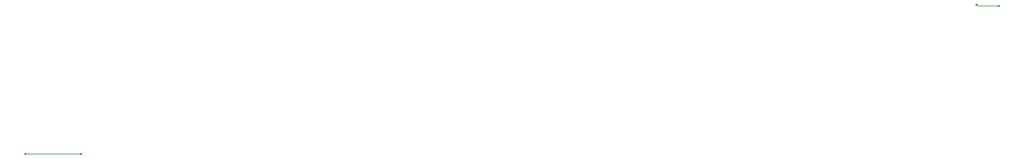
<source format=gbr>
G04 Gerber file generated by Gerbonara*
%TF.GenerationSoftware,KiCad,Pcbnew,8.0.2-1*%
%TF.CreationDate,2024-09-09T14:50:12+01:00*%
%TF.ProjectId,test_module_1,74657374-5f6d-46f6-9475-6c655f312e6b,rev?*%
%TF.SameCoordinates,Original*%
%TF.FileFunction,Copper,L4,Bot*%
%TF.FilePolarity,Positive*%
%MOMM*%
%FSLAX45Y45*%
%IPPOS*%
G75
%LPD*%
%ADD10C,0.6*%
%ADD11C,0.2*%
D10*
X014000000Y-009967000D03*
X014600000Y-010000000D03*
D11*
X014033000Y-010000000D01*
X014000000Y-009967000D01*
D10*
X-011599481Y-013999515D03*
X-010099481Y-013999513D03*
D11*
X-011599481Y-013999515D01*
M02*
</source>
